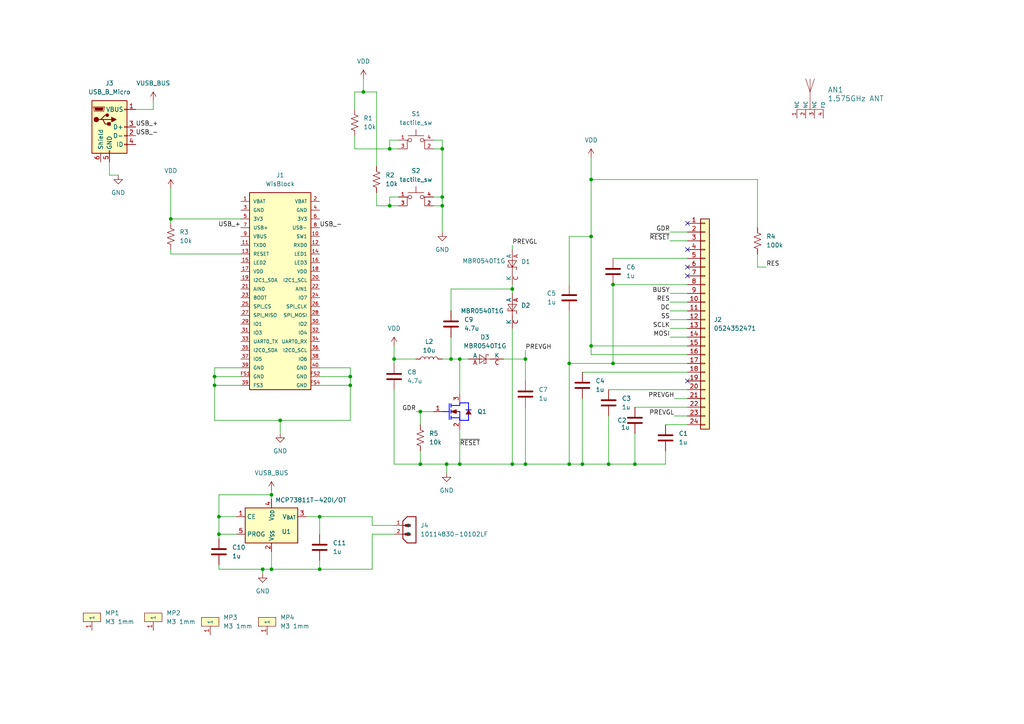
<source format=kicad_sch>
(kicad_sch (version 20231120) (generator "eeschema") (generator_version "8.0")
  (paper "A4")
  (junction (at 177.8 105.41))
  (junction (at 63.5 154.94))
  (junction (at 101.6 109.22))
  (junction (at 113.03 43.18))
  (junction (at 92.71 165.1))
  (junction (at 171.45 52.07))
  (junction (at 148.59 83.82))
  (junction (at 128.27 59.69))
  (junction (at 133.35 104.14))
  (junction (at 121.92 134.62))
  (junction (at 49.53 63.5))
  (junction (at 76.2 165.1))
  (junction (at 101.6 111.76))
  (junction (at 171.45 68.58))
  (junction (at 152.4 134.62))
  (junction (at 121.92 119.38))
  (junction (at 176.53 134.62))
  (junction (at 152.4 104.14))
  (junction (at 171.45 100.33))
  (junction (at 62.23 109.22))
  (junction (at 165.1 134.62))
  (junction (at 78.74 165.1))
  (junction (at 92.71 149.86))
  (junction (at 105.41 26.67))
  (junction (at 165.1 105.41))
  (junction (at 62.23 111.76))
  (junction (at 168.91 134.62))
  (junction (at 113.03 59.69))
  (junction (at 63.5 149.86))
  (junction (at 128.27 43.18))
  (junction (at 78.74 143.51))
  (junction (at 177.8 82.55))
  (junction (at 129.54 134.62))
  (junction (at 133.35 134.62))
  (junction (at 184.15 134.62))
  (junction (at 81.28 121.92))
  (junction (at 114.3 104.14))
  (junction (at 148.59 134.62))
  (junction (at 128.27 57.15))
  (junction (at 130.81 104.14))
  (no_connect (at 199.39 72.39))
  (no_connect (at 199.39 80.01))
  (no_connect (at 199.39 110.49))
  (no_connect (at 199.39 64.77))
  (no_connect (at 199.39 77.47))
  (wire (pts (xy 92.71 109.22) (xy 101.6 109.22)))
  (wire (pts (xy 165.1 105.41) (xy 177.8 105.41)))
  (wire (pts (xy 49.53 64.77) (xy 49.53 63.5)))
  (wire (pts (xy 76.2 165.1) (xy 78.74 165.1)))
  (wire (pts (xy 62.23 111.76) (xy 62.23 121.92)))
  (wire (pts (xy 195.58 120.65) (xy 199.39 120.65)))
  (wire (pts (xy 152.4 118.11) (xy 152.4 134.62)))
  (wire (pts (xy 199.39 100.33) (xy 171.45 100.33)))
  (wire (pts (xy 176.53 113.03) (xy 199.39 113.03)))
  (wire (pts (xy 115.57 40.64) (xy 113.03 40.64)))
  (wire (pts (xy 101.6 111.76) (xy 101.6 121.92)))
  (wire (pts (xy 152.4 134.62) (xy 165.1 134.62)))
  (wire (pts (xy 102.87 31.75) (xy 102.87 26.67)))
  (wire (pts (xy 171.45 68.58) (xy 171.45 52.07)))
  (wire (pts (xy 107.95 165.1) (xy 92.71 165.1)))
  (wire (pts (xy 219.71 66.04) (xy 219.71 52.07)))
  (wire (pts (xy 107.95 149.86) (xy 92.71 149.86)))
  (wire (pts (xy 109.22 55.88) (xy 109.22 59.69)))
  (wire (pts (xy 69.85 73.66) (xy 49.53 73.66)))
  (wire (pts (xy 128.27 40.64) (xy 128.27 43.18)))
  (wire (pts (xy 78.74 142.24) (xy 78.74 143.51)))
  (wire (pts (xy 63.5 154.94) (xy 63.5 149.86)))
  (wire (pts (xy 148.59 83.82) (xy 148.59 85.09)))
  (wire (pts (xy 194.31 90.17) (xy 199.39 90.17)))
  (wire (pts (xy 78.74 143.51) (xy 78.74 144.78)))
  (wire (pts (xy 76.2 165.1) (xy 76.2 166.37)))
  (wire (pts (xy 121.92 130.81) (xy 121.92 134.62)))
  (wire (pts (xy 102.87 43.18) (xy 113.03 43.18)))
  (wire (pts (xy 114.3 104.14) (xy 114.3 105.41)))
  (wire (pts (xy 194.31 95.25) (xy 199.39 95.25)))
  (wire (pts (xy 194.31 67.31) (xy 199.39 67.31)))
  (wire (pts (xy 129.54 134.62) (xy 129.54 137.16)))
  (wire (pts (xy 194.31 92.71) (xy 199.39 92.71)))
  (wire (pts (xy 109.22 48.26) (xy 109.22 26.67)))
  (wire (pts (xy 113.03 59.69) (xy 115.57 59.69)))
  (wire (pts (xy 133.35 104.14) (xy 135.89 104.14)))
  (wire (pts (xy 44.45 31.75) (xy 44.45 29.21)))
  (wire (pts (xy 69.85 106.68) (xy 62.23 106.68)))
  (wire (pts (xy 113.03 40.64) (xy 113.03 43.18)))
  (wire (pts (xy 148.59 134.62) (xy 133.35 134.62)))
  (wire (pts (xy 114.3 134.62) (xy 121.92 134.62)))
  (wire (pts (xy 92.71 149.86) (xy 88.9 149.86)))
  (wire (pts (xy 165.1 134.62) (xy 168.91 134.62)))
  (wire (pts (xy 165.1 105.41) (xy 165.1 134.62)))
  (wire (pts (xy 125.73 40.64) (xy 128.27 40.64)))
  (wire (pts (xy 102.87 26.67) (xy 105.41 26.67)))
  (wire (pts (xy 176.53 120.65) (xy 176.53 134.62)))
  (wire (pts (xy 92.71 162.56) (xy 92.71 165.1)))
  (wire (pts (xy 125.73 57.15) (xy 128.27 57.15)))
  (wire (pts (xy 107.95 152.4) (xy 107.95 149.86)))
  (wire (pts (xy 148.59 72.39) (xy 148.59 71.12)))
  (wire (pts (xy 152.4 101.6) (xy 152.4 104.14)))
  (wire (pts (xy 184.15 134.62) (xy 176.53 134.62)))
  (wire (pts (xy 148.59 95.25) (xy 148.59 134.62)))
  (wire (pts (xy 165.1 82.55) (xy 165.1 68.58)))
  (wire (pts (xy 63.5 143.51) (xy 78.74 143.51)))
  (wire (pts (xy 109.22 59.69) (xy 113.03 59.69)))
  (wire (pts (xy 31.75 50.8) (xy 34.29 50.8)))
  (wire (pts (xy 168.91 115.57) (xy 168.91 134.62)))
  (wire (pts (xy 194.31 87.63) (xy 199.39 87.63)))
  (wire (pts (xy 81.28 121.92) (xy 81.28 125.73)))
  (wire (pts (xy 171.45 52.07) (xy 171.45 45.72)))
  (wire (pts (xy 133.35 124.46) (xy 133.35 134.62)))
  (wire (pts (xy 120.65 104.14) (xy 114.3 104.14)))
  (wire (pts (xy 63.5 154.94) (xy 63.5 156.21)))
  (wire (pts (xy 121.92 134.62) (xy 129.54 134.62)))
  (wire (pts (xy 31.75 46.99) (xy 31.75 50.8)))
  (wire (pts (xy 177.8 105.41) (xy 199.39 105.41)))
  (wire (pts (xy 195.58 115.57) (xy 199.39 115.57)))
  (wire (pts (xy 101.6 109.22) (xy 101.6 111.76)))
  (wire (pts (xy 92.71 165.1) (xy 78.74 165.1)))
  (wire (pts (xy 62.23 109.22) (xy 69.85 109.22)))
  (wire (pts (xy 105.41 26.67) (xy 105.41 22.86)))
  (wire (pts (xy 128.27 59.69) (xy 128.27 67.31)))
  (wire (pts (xy 68.58 154.94) (xy 63.5 154.94)))
  (wire (pts (xy 113.03 43.18) (xy 115.57 43.18)))
  (wire (pts (xy 177.8 82.55) (xy 177.8 105.41)))
  (wire (pts (xy 130.81 90.17) (xy 130.81 83.82)))
  (wire (pts (xy 168.91 107.95) (xy 199.39 107.95)))
  (wire (pts (xy 219.71 52.07) (xy 171.45 52.07)))
  (wire (pts (xy 62.23 109.22) (xy 62.23 111.76)))
  (wire (pts (xy 133.35 134.62) (xy 129.54 134.62)))
  (wire (pts (xy 152.4 134.62) (xy 148.59 134.62)))
  (wire (pts (xy 49.53 73.66) (xy 49.53 72.39)))
  (wire (pts (xy 146.05 104.14) (xy 152.4 104.14)))
  (wire (pts (xy 62.23 121.92) (xy 81.28 121.92)))
  (wire (pts (xy 193.04 134.62) (xy 184.15 134.62)))
  (wire (pts (xy 105.41 26.67) (xy 109.22 26.67)))
  (wire (pts (xy 199.39 102.87) (xy 171.45 102.87)))
  (wire (pts (xy 152.4 104.14) (xy 152.4 110.49)))
  (wire (pts (xy 107.95 154.94) (xy 107.95 165.1)))
  (wire (pts (xy 113.03 57.15) (xy 113.03 59.69)))
  (wire (pts (xy 101.6 121.92) (xy 81.28 121.92)))
  (wire (pts (xy 63.5 163.83) (xy 63.5 165.1)))
  (wire (pts (xy 128.27 57.15) (xy 128.27 59.69)))
  (wire (pts (xy 121.92 119.38) (xy 121.92 123.19)))
  (wire (pts (xy 125.73 59.69) (xy 128.27 59.69)))
  (wire (pts (xy 92.71 154.94) (xy 92.71 149.86)))
  (wire (pts (xy 130.81 83.82) (xy 148.59 83.82)))
  (wire (pts (xy 114.3 154.94) (xy 107.95 154.94)))
  (wire (pts (xy 114.3 152.4) (xy 107.95 152.4)))
  (wire (pts (xy 148.59 82.55) (xy 148.59 83.82)))
  (wire (pts (xy 130.81 97.79) (xy 130.81 104.14)))
  (wire (pts (xy 39.37 31.75) (xy 44.45 31.75)))
  (wire (pts (xy 102.87 39.37) (xy 102.87 43.18)))
  (wire (pts (xy 219.71 77.47) (xy 222.25 77.47)))
  (wire (pts (xy 165.1 68.58) (xy 171.45 68.58)))
  (wire (pts (xy 101.6 106.68) (xy 101.6 109.22)))
  (wire (pts (xy 194.31 85.09) (xy 199.39 85.09)))
  (wire (pts (xy 114.3 104.14) (xy 114.3 100.33)))
  (wire (pts (xy 63.5 149.86) (xy 63.5 143.51)))
  (wire (pts (xy 62.23 111.76) (xy 69.85 111.76)))
  (wire (pts (xy 194.31 69.85) (xy 199.39 69.85)))
  (wire (pts (xy 49.53 63.5) (xy 69.85 63.5)))
  (wire (pts (xy 62.23 106.68) (xy 62.23 109.22)))
  (wire (pts (xy 63.5 149.86) (xy 68.58 149.86)))
  (wire (pts (xy 184.15 118.11) (xy 199.39 118.11)))
  (wire (pts (xy 171.45 102.87) (xy 171.45 100.33)))
  (wire (pts (xy 133.35 104.14) (xy 133.35 114.3)))
  (wire (pts (xy 49.53 54.61) (xy 49.53 63.5)))
  (wire (pts (xy 176.53 134.62) (xy 168.91 134.62)))
  (wire (pts (xy 115.57 57.15) (xy 113.03 57.15)))
  (wire (pts (xy 194.31 97.79) (xy 199.39 97.79)))
  (wire (pts (xy 121.92 119.38) (xy 125.73 119.38)))
  (wire (pts (xy 63.5 165.1) (xy 76.2 165.1)))
  (wire (pts (xy 78.74 160.02) (xy 78.74 165.1)))
  (wire (pts (xy 199.39 82.55) (xy 177.8 82.55)))
  (wire (pts (xy 128.27 104.14) (xy 130.81 104.14)))
  (wire (pts (xy 171.45 100.33) (xy 171.45 68.58)))
  (wire (pts (xy 219.71 73.66) (xy 219.71 77.47)))
  (wire (pts (xy 130.81 104.14) (xy 133.35 104.14)))
  (wire (pts (xy 184.15 125.73) (xy 184.15 134.62)))
  (wire (pts (xy 128.27 43.18) (xy 128.27 57.15)))
  (wire (pts (xy 165.1 90.17) (xy 165.1 105.41)))
  (wire (pts (xy 114.3 113.03) (xy 114.3 134.62)))
  (wire (pts (xy 92.71 111.76) (xy 101.6 111.76)))
  (wire (pts (xy 193.04 130.81) (xy 193.04 134.62)))
  (wire (pts (xy 193.04 123.19) (xy 199.39 123.19)))
  (wire (pts (xy 92.71 106.68) (xy 101.6 106.68)))
  (wire (pts (xy 125.73 43.18) (xy 128.27 43.18)))
  (wire (pts (xy 177.8 74.93) (xy 199.39 74.93)))
  (wire (pts (xy 120.65 119.38) (xy 121.92 119.38)))
  (label "GDR" (at 194.31 67.31 180))
  (label "SCLK" (at 194.31 95.25 180))
  (label "PREVGL" (at 195.58 120.65 180))
  (label "USB_+" (at 69.85 66.04 180))
  (label "GDR" (at 120.65 119.38 180))
  (label "PREVGH" (at 152.4 101.6 0))
  (label "MOSI" (at 194.31 97.79 180))
  (label "USB_-" (at 39.37 39.37 0))
  (label "RES" (at 194.31 87.63 180))
  (label "~{RESET}" (at 194.31 69.85 180))
  (label "USB_-" (at 92.71 66.04 0))
  (label "BUSY" (at 194.31 85.09 180))
  (label "PREVGL" (at 148.59 71.12 0))
  (label "PREVGH" (at 195.58 115.57 180))
  (label "RES" (at 222.25 77.47 0))
  (label "USB_+" (at 39.37 36.83 0))
  (label "SS" (at 194.31 92.71 180))
  (label "DC" (at 194.31 90.17 180))
  (label "~{RESET}" (at 133.35 129.54 0))
  (symbol (lib_id "AllardPassive:R10020-10000") (at 102.87 35.56 0) (unit 1)
    (property "Reference" "R1" (at 105.41 34.2899 0) (effects (justify left)))
    (property "Value" "10k" (at 105.41 36.8299 0) (effects (justify left)))
    (property "Footprint" "AllardChip:RESC40X20X15L10L" (effects (hide yes)))
    (property "Datasheet" "https://industrial.panasonic.com/cdbs/www-data/pdf/RDA0000/AOA0000C304.pdf" (effects (hide yes)))
    (property "Description" "10k 01005 0.03W 1% Res" (effects (hide yes)))
    (property "AI_PN" "${SYMBOL_NAME}" (effects (hide yes)))
    (property "MPN" "ERJ-XGNF1002Y" (effects (hide yes)))
    (property "Manufacturer" "Panasonic Electronics Components" (effects (hide yes)))
    (property "manf#" "ERJ-XGNF1002Y" (effects (hide yes)))
    (property "SUP1" "Digi-Key" (effects (hide yes)))
    (property "SUP1_PN" "10-ERJ-XGNF1002YCT-ND" (effects (hide yes)))
    (property "SUP2" "Mouser" (effects (hide yes)))
    (property "SUP2_PN" "667-ERJ-XGNF1002Y" (effects (hide yes)))
    (property "Tolerance" "1%" (effects (hide yes)))
    (property "Power" "0.03W" (effects (hide yes)))
    (property "Temperature" "-55-125" (effects (hide yes)))
    (property "variant" "default" (effects (hide yes)))
    (property "TempCoef" "±200ppm/°C" (effects (hide yes)))
  )
  (symbol (lib_id "AllardConn:J10026") (at 81.28 64.77 0) (unit 1)
    (property "Reference" "J1" (at 81.28 50.8 0))
    (property "Value" "WisBlock" (at 81.28 53.34 0))
    (property "Footprint" "AllardConnFootPrints:TXGA_FBB04004-F40S1003K6M" (effects (hide yes)))
    (property "Datasheet" "https://tupian.txga.com/serials-attach/FBB04004-F/FBB04004-F.pdf" (effects (hide yes)))
    (property "Description" "WisBlock connetor for generic RAK WisBlock connection" (effects (hide yes)))
    (property "SUP1" "txga" (effects (hide yes)))
    (property "SUP1_PN" "FBB04004-F40S1003K6M" (effects (hide yes)))
    (property "SUP2" "LCSC" (effects (hide yes)))
    (property "SUP2_PN" "C691131" (effects (hide yes)))
    (property "Manufacturer" "TXGA" (effects (hide yes)))
    (property "variant" "default" (effects (hide yes)))
    (property "MPN" "FBB04004-F40S1003K6M" (effects (hide yes)))
    (property "manf#" "FBB04004-F40S1003K6M" (effects (hide yes)))
  )
  (symbol (lib_id "AllardSemicon:Q10007") (at 133.35 124.46 0) (mirror y) (unit 1)
    (property "Reference" "Q1" (at 138.43 119.3799 0) (effects (justify right)))
    (property "Value" "SI1308EDL-T1-GE3" (effects (hide yes)))
    (property "Footprint" "AllardSOT:SOT23-3P65_210X110L20X32L" (effects (hide yes)))
    (property "Datasheet" "https://www.vishay.com/docs/63399/si1308edl.pdf" (effects (hide yes)))
    (property "Description" "MOSFET, N-Channel L 30V 1.4A SOT-23-3" (effects (hide yes)))
    (property "SUP1" "DigiKey" (effects (hide yes)))
    (property "Current" "1.4A" (effects (hide yes)))
    (property "Manufacturer" "Vishay Siliconix" (effects (hide yes)))
    (property "MPN" "SI1308EDL-T1-GE3" (effects (hide yes)))
    (property "Temperature" "-55°C ~ 150°C (TJ)" (effects (hide yes)))
    (property "SUP1_PN" "SI1308EDL-T1-GE3CT-ND" (effects (hide yes)))
    (property "Voltage" "30V" (effects (hide yes)))
    (property "manf#" "SI1308EDL-T1-GE3" (effects (hide yes)))
    (property "SUP2" "Mouser" (effects (hide yes)))
    (property "SUP2_PN" "78-SI1308EDL-T1-GE3" (effects (hide yes)))
  )
  (symbol (lib_id "power:VDD") (at 171.45 45.72 0) (unit 1)
    (property "Reference" "#PWR01" (effects (hide yes)))
    (property "Value" "VDD" (at 171.45 40.64 0))
    (property "Description" "Power symbol creates a global label with name \"VDD\"" (effects (hide yes)))
  )
  (symbol (lib_id "AllardConn:J10032") (at 116.84 154.94 0) (unit 1)
    (property "Reference" "J4" (at 121.92 152.3999 0) (effects (justify left)))
    (property "Value" "10114830-10102LF" (at 121.92 154.9399 0) (effects (justify left)))
    (property "Footprint" "AllardConnFootPrints:AMPHENOL_10114830-10102LF" (effects (hide yes)))
    (property "Datasheet" "https://cdn.amphenol-cs.com/media/wysiwyg/files/documentation/gs-12-675.pdf" (effects (hide yes)))
    (property "Description" "1.25mm Wire to Board Wafer, Right Angle, Surface Mount, 2 Positions" (effects (hide yes)))
    (property "SUP1" "DigiKey" (effects (hide yes)))
    (property "SUP1_PN" "609-5378-1-ND" (effects (hide yes)))
    (property "SUP2" "Mouser" (effects (hide yes)))
    (property "SUP2_PN" "649-10114830-10102LF" (effects (hide yes)))
    (property "SUP3" "LCSC" (effects (hide yes)))
    (property "SUP3_PN" "C5406863" (effects (hide yes)))
    (property "Temperature" "N" (effects (hide yes)))
    (property "manf#" "10114830-10102LF" (effects (hide yes)))
    (property "MPN" "10114830-10102LF" (effects (hide yes)))
    (property "variant" "default" (effects (hide yes)))
    (property "Manufacturer" "Amphenol ICC (FCI)" (effects (hide yes)))
  )
  (symbol (lib_id "AllardMountingHW:MP_genericHole") (at 26.67 179.07 90) (unit 1)
    (property "Reference" "MP1" (at 30.48 177.7999 90) (effects (justify right)))
    (property "Value" "M3 1mm" (at 30.48 180.3399 90) (effects (justify right)))
    (property "Footprint" "AllardMountingHW:MTGNP300H213Z565" (effects (hide yes)))
    (property "Description" "Generic mounting hole" (effects (hide yes)))
  )
  (symbol (lib_id "AllardConn:J10027") (at 204.47 92.71 0) (unit 1)
    (property "Reference" "J2" (at 207.01 92.7099 0) (effects (justify left)))
    (property "Value" "0524352471" (at 207.01 95.2499 0) (effects (justify left)))
    (property "Footprint" "AllardConnFootPrints:MOLEX_52435-2471" (effects (hide yes)))
    (property "Datasheet" "https://www.molex.com/en-us/products/part-detail/524352471?display=pdf" (effects (hide yes)))
    (property "Description" "CONN FFC FPC TOP 24POS 0.5MM R/A" (effects (hide yes)))
    (property "Temperature" "-40°C ~ 85°C" (effects (hide yes)))
    (property "SUP1" "Digi-Key" (effects (hide yes)))
    (property "SUP1_PN" "WM7975CT-ND" (effects (hide yes)))
    (property "SUP2" "Mouser" (effects (hide yes)))
    (property "SUP2_PN" "538-52435-2471" (effects (hide yes)))
    (property "SUP3" "LSCS" (effects (hide yes)))
    (property "SUP3_PN" "C122394" (effects (hide yes)))
    (property "Manufacturer" "Molex" (effects (hide yes)))
    (property "MPN" "0524352471" (effects (hide yes)))
    (property "manf#" "0524352471" (effects (hide yes)))
    (property "AI_PN" "${SYMBOL_NAME}" (effects (hide yes)))
  )
  (symbol (lib_id "AllardPassive:C47A74-10000") (at 130.81 93.98 0) (unit 1)
    (property "Reference" "C9" (at 134.62 92.7099 0) (effects (justify left)))
    (property "Value" "4.7u" (at 134.62 95.2499 0) (effects (justify left)))
    (property "Footprint" "AllardChip:CAPC200X125X145L45L" (effects (hide yes)))
    (property "Datasheet" "https://search.murata.co.jp/Ceramy/image/img/A01X/G101/ENG/GRM21BZ71H475ME15-01.pdf" (effects (hide yes)))
    (property "Description" "4.7uF 0805 X7R 20% Cap" (effects (hide yes)))
    (property "MPN" "GRM21BZ71H475ME15K" (effects (hide yes)))
    (property "manf#" "GRM21BZ71H475ME15K" (effects (hide yes)))
    (property "SUP1" "Digi-Key" (effects (hide yes)))
    (property "SUP1_PN" "490-GRM21BZ71H475ME15KCT-ND" (effects (hide yes)))
    (property "AI_PN" "${SYMBOL_NAME}" (effects (hide yes)))
    (property "SUP2" "Mouser" (effects (hide yes)))
    (property "SUP2_PN" "81-GRM21BZ71H475ME5K" (effects (hide yes)))
    (property "Voltage" "50V" (effects (hide yes)))
    (property "ESR" "X7R" (effects (hide yes)))
    (property "Temperature" "-55-125" (effects (hide yes)))
    (property "Tolerance" "20%" (effects (hide yes)))
    (property "Manufacturer" "Murata Electronics" (effects (hide yes)))
    (property "variant" "default" (effects (hide yes)))
    (property "SUP3" "LCSC" (effects (hide yes)))
    (property "SUP3_PN" "C3862703" (effects (hide yes)))
  )
  (symbol (lib_id "AllardPassive:C10A72-10001") (at 165.1 86.36 0) (mirror y) (unit 1)
    (property "Reference" "C5" (at 161.29 85.0899 0) (effects (justify left)))
    (property "Value" "1u" (at 161.29 87.6299 0) (effects (justify left)))
    (property "Footprint" "AllardChip:CAPC100X50X60L25L" (effects (hide yes)))
    (property "Datasheet" "https://search.murata.co.jp/Ceramy/image/img/A01X/G101/ENG/GRM155R61H105ME05-01A.pdf" (effects (hide yes)))
    (property "Description" "1uF 0402 X5R 20% Cap" (effects (hide yes)))
    (property "MPN" "GRM155R61H105ME05D" (effects (hide yes)))
    (property "manf#" "GRM155R61H105ME05D" (effects (hide yes)))
    (property "SUP1" "Digi-Key" (effects (hide yes)))
    (property "SUP1_PN" "490-GRM155R61H105ME05DCT-ND" (effects (hide yes)))
    (property "AI_PN" "${SYMBOL_NAME}" (effects (hide yes)))
    (property "SUP2" "Mouser" (effects (hide yes)))
    (property "SUP2_PN" "81-GRM155R61H105ME5D" (effects (hide yes)))
    (property "Voltage" "50V" (effects (hide yes)))
    (property "ESR" "X5R" (effects (hide yes)))
    (property "Temperature" "-55-85" (effects (hide yes)))
    (property "Tolerance" "20%" (effects (hide yes)))
    (property "Manufacturer" "Murata Electronics" (effects (hide yes)))
    (property "variant" "default" (effects (hide yes)))
  )
  (symbol (lib_id "power:VDD") (at 105.41 22.86 0) (unit 1)
    (property "Reference" "#PWR03" (effects (hide yes)))
    (property "Value" "VDD" (at 105.41 17.78 0))
    (property "Description" "Power symbol creates a global label with name \"VDD\"" (effects (hide yes)))
  )
  (symbol (lib_id "AllardMountingHW:MP_genericHole") (at 44.45 179.07 90) (unit 1)
    (property "Reference" "MP2" (at 48.26 177.7999 90) (effects (justify right)))
    (property "Value" "M3 1mm" (at 48.26 180.3399 90) (effects (justify right)))
    (property "Footprint" "AllardMountingHW:MTGNP300H213Z565" (effects (hide yes)))
    (property "Description" "Generic mounting hole" (effects (hide yes)))
  )
  (symbol (lib_id "AllardSwitch:S10002") (at 120.65 59.69 0) (unit 1)
    (property "Reference" "S2" (at 120.65 49.53 0))
    (property "Value" "tactile_sw" (at 120.65 52.07 0))
    (property "Footprint" "AllardSpecialFootPrints:Panasonic_EVQPUA02K" (effects (hide yes)))
    (property "Datasheet" "https://api.pim.na.industrial.panasonic.com/file_stream/main/fileversion/245509" (effects (hide yes)))
    (property "Description" "Single pole normally-open tactile switch right angle" (effects (hide yes)))
    (property "MPN" "EVQ-PUA02K" (effects (hide yes)))
    (property "manf#" "EVQ-PUA02K" (effects (hide yes)))
    (property "Manufacturer" "Panasonic Electronic Components" (effects (hide yes)))
    (property "SUP1" "Digi-Key" (effects (hide yes)))
    (property "SUP1_PN" "P10847SCT-ND" (effects (hide yes)))
    (property "SUP2" "Mouser" (effects (hide yes)))
    (property "SUP2_PN" "667-EVQ-PUA02K" (effects (hide yes)))
    (property "Temperature" "-20°C ~ 70°C" (effects (hide yes)))
    (property "AI_PN" "${SYMBOL_NAME}" (effects (hide yes)))
    (property "SUP3" "LCSC" (effects (hide yes)))
    (property "SUP3_PN" " C128539" (effects (hide yes)))
  )
  (symbol (lib_id "AllardSemicon:D10010") (at 139.7 104.14 0) (unit 1)
    (property "Reference" "D3" (at 140.6525 97.79 0))
    (property "Value" "MBR0540T1G" (at 140.6525 100.33 0))
    (property "Footprint" "AllardSOD:SOD370X155X135L32X57N" (effects (hide yes)))
    (property "Datasheet" "https://mm.digikey.com/Volume0/opasdata/d220001/medias/docus/2174/MBR0580S1_R5.pdf" (effects (hide yes)))
    (property "Description" "80V 500mA schottky diode" (effects (hide yes)))
    (property "SUP1" "DigiKey" (effects (hide yes)))
    (property "SUP1_PN" "MBR0580S1-7DICT-ND" (effects (hide yes)))
    (property "SUP2" "Mouser" (effects (hide yes)))
    (property "SUP2_PN" "621-MBR0580S1-7" (effects (hide yes)))
    (property "AI_PN" "${SYMBOL_NAME}" (effects (hide yes)))
    (property "Temperature" "-55-150" (effects (hide yes)))
    (property "Voltage" "80V" (effects (hide yes)))
    (property "Current" "500mA" (effects (hide yes)))
    (property "MPN" "MBR0580S1-7" (effects (hide yes)))
    (property "manf#" "MBR0580S1-7" (effects (hide yes)))
    (property "Manufacturer" "Diodes Incorporated" (effects (hide yes)))
    (property "SUP3" "LCSC" (effects (hide yes)))
    (property "SUP3_PN" " C177047" (effects (hide yes)))
    (property "variant" "default" (effects (hide yes)))
  )
  (symbol (lib_id "power:VDD") (at 44.45 29.21 0) (unit 1)
    (property "Reference" "#PWR02" (effects (hide yes)))
    (property "Value" "VUSB_BUS" (at 44.45 24.13 0))
    (property "Description" "Power symbol creates a global label with name \"VDD\"" (effects (hide yes)))
  )
  (symbol (lib_id "AllardPassive:R10020-10000") (at 121.92 127 0) (unit 1)
    (property "Reference" "R5" (at 124.46 125.7299 0) (effects (justify left)))
    (property "Value" "10k" (at 124.46 128.2699 0) (effects (justify left)))
    (property "Footprint" "AllardChip:RESC40X20X15L10L" (effects (hide yes)))
    (property "Datasheet" "https://industrial.panasonic.com/cdbs/www-data/pdf/RDA0000/AOA0000C304.pdf" (effects (hide yes)))
    (property "Description" "10k 01005 0.03W 1% Res" (effects (hide yes)))
    (property "AI_PN" "${SYMBOL_NAME}" (effects (hide yes)))
    (property "MPN" "ERJ-XGNF1002Y" (effects (hide yes)))
    (property "Manufacturer" "Panasonic Electronics Components" (effects (hide yes)))
    (property "manf#" "ERJ-XGNF1002Y" (effects (hide yes)))
    (property "SUP1" "Digi-Key" (effects (hide yes)))
    (property "SUP1_PN" "10-ERJ-XGNF1002YCT-ND" (effects (hide yes)))
    (property "SUP2" "Mouser" (effects (hide yes)))
    (property "SUP2_PN" "667-ERJ-XGNF1002Y" (effects (hide yes)))
    (property "Tolerance" "1%" (effects (hide yes)))
    (property "Power" "0.03W" (effects (hide yes)))
    (property "Temperature" "-55-125" (effects (hide yes)))
    (property "variant" "default" (effects (hide yes)))
    (property "TempCoef" "±200ppm/°C" (effects (hide yes)))
  )
  (symbol (lib_id "AllardPassive:C10A72-10001") (at 177.8 78.74 0) (unit 1)
    (property "Reference" "C6" (at 181.61 77.4699 0) (effects (justify left)))
    (property "Value" "1u" (at 181.61 80.0099 0) (effects (justify left)))
    (property "Footprint" "AllardChip:CAPC100X50X60L25L" (effects (hide yes)))
    (property "Datasheet" "https://search.murata.co.jp/Ceramy/image/img/A01X/G101/ENG/GRM155R61H105ME05-01A.pdf" (effects (hide yes)))
    (property "Description" "1uF 0402 X5R 20% Cap" (effects (hide yes)))
    (property "MPN" "GRM155R61H105ME05D" (effects (hide yes)))
    (property "manf#" "GRM155R61H105ME05D" (effects (hide yes)))
    (property "SUP1" "Digi-Key" (effects (hide yes)))
    (property "SUP1_PN" "490-GRM155R61H105ME05DCT-ND" (effects (hide yes)))
    (property "AI_PN" "${SYMBOL_NAME}" (effects (hide yes)))
    (property "SUP2" "Mouser" (effects (hide yes)))
    (property "SUP2_PN" "81-GRM155R61H105ME5D" (effects (hide yes)))
    (property "Voltage" "50V" (effects (hide yes)))
    (property "ESR" "X5R" (effects (hide yes)))
    (property "Temperature" "-55-85" (effects (hide yes)))
    (property "Tolerance" "20%" (effects (hide yes)))
    (property "Manufacturer" "Murata Electronics" (effects (hide yes)))
    (property "variant" "default" (effects (hide yes)))
  )
  (symbol (lib_id "AllardPower:U40004") (at 78.74 152.4 0) (unit 1)
    (property "Reference" "U1" (at 83.058 154.178 0))
    (property "Value" "MCP73811T-420I/OT" (at 90.17 145.034 0))
    (property "Footprint" "AllardSOT:SOT23-5P95_270X145L35X35L" (effects (hide yes)))
    (property "Datasheet" "https://ww1.microchip.com/downloads/en/DeviceDoc/22036b.pdf" (effects (hide yes)))
    (property "Description" "Simple, Miniature Single-Cell, Fully Integrated Li-Ion / Li-Polymer Charge Management Controllers, 50mA-500mA, 4.2V, SOT23-5" (effects (hide yes)))
    (property "MPN" "MCP73811T-420I/OT" (effects (hide yes)))
    (property "manf#" "${MPN}" (effects (hide yes)))
    (property "SUP1_PN" "MCP73811T-420I/OTCT-ND" (effects (hide yes)))
    (property "SUP1" "DigiKey" (effects (hide yes)))
    (property "SUP2" "Mouser" (effects (hide yes)))
    (property "SUP2_PN" "579-MCP73811T-420IOT" (effects (hide yes)))
    (property "AI_PN" "${SYMBOL_NAME}" (effects (hide yes)))
    (property "Temperature" "-40-85" (effects (hide yes)))
    (property "Voltage" "3.75-6" (effects (hide yes)))
    (property "variant" "default" (effects (hide yes)))
  )
  (symbol (lib_id "power:GND") (at 128.27 67.31 0) (unit 1)
    (property "Reference" "#PWR04" (effects (hide yes)))
    (property "Value" "GND" (at 128.27 72.39 0))
    (property "Description" "Power symbol creates a global label with name \"GND\" , ground" (effects (hide yes)))
  )
  (symbol (lib_id "AllardPassive:C10A72-10000") (at 63.5 160.02 0) (mirror y) (unit 1)
    (property "Reference" "C10" (at 67.31 158.7499 0) (effects (justify right)))
    (property "Value" "1u" (at 67.31 161.2899 0) (effects (justify right)))
    (property "Footprint" "AllardChip:CAPC100X50X60L25L" (effects (hide yes)))
    (property "Datasheet" "https://search.murata.co.jp/Ceramy/image/img/A01X/G101/ENG/GRM155Z71A105KE01-01A.pdf" (effects (hide yes)))
    (property "Description" "1uF 0402 X7R 20% Cap" (effects (hide yes)))
    (property "MPN" "GRM155Z71A105KE01J" (effects (hide yes)))
    (property "manf#" "${MPN}" (effects (hide yes)))
    (property "SUP1" "Digi-Key" (effects (hide yes)))
    (property "SUP1_PN" "490-GRM155Z71A105KE01JCT-ND" (effects (hide yes)))
    (property "AI_PN" "${SYMBOL_NAME}" (effects (hide yes)))
    (property "SUP2" "Mouser" (effects (hide yes)))
    (property "SUP2_PN" "81-GRM155Z71A105KE1J" (effects (hide yes)))
    (property "Voltage" "10V" (effects (hide yes)))
    (property "ESR" "X7R" (effects (hide yes)))
    (property "Temperature" "-55-125" (effects (hide yes)))
    (property "Tolerance" "10%" (effects (hide yes)))
    (property "Manufacturer" "Murata Electronics" (effects (hide yes)))
    (property "variant" "default" (effects (hide yes)))
  )
  (symbol (lib_id "AllardPassive:C10A72-10001") (at 193.04 127 0) (unit 1)
    (property "Reference" "C1" (at 196.85 125.7299 0) (effects (justify left)))
    (property "Value" "1u" (at 196.85 128.2699 0) (effects (justify left)))
    (property "Footprint" "AllardChip:CAPC100X50X60L25L" (effects (hide yes)))
    (property "Datasheet" "https://search.murata.co.jp/Ceramy/image/img/A01X/G101/ENG/GRM155R61H105ME05-01A.pdf" (effects (hide yes)))
    (property "Description" "1uF 0402 X5R 20% Cap" (effects (hide yes)))
    (property "MPN" "GRM155R61H105ME05D" (effects (hide yes)))
    (property "manf#" "GRM155R61H105ME05D" (effects (hide yes)))
    (property "SUP1" "Digi-Key" (effects (hide yes)))
    (property "SUP1_PN" "490-GRM155R61H105ME05DCT-ND" (effects (hide yes)))
    (property "AI_PN" "${SYMBOL_NAME}" (effects (hide yes)))
    (property "SUP2" "Mouser" (effects (hide yes)))
    (property "SUP2_PN" "81-GRM155R61H105ME5D" (effects (hide yes)))
    (property "Voltage" "50V" (effects (hide yes)))
    (property "ESR" "X5R" (effects (hide yes)))
    (property "Temperature" "-55-85" (effects (hide yes)))
    (property "Tolerance" "20%" (effects (hide yes)))
    (property "Manufacturer" "Murata Electronics" (effects (hide yes)))
    (property "variant" "default" (effects (hide yes)))
  )
  (symbol (lib_id "power:GND") (at 34.29 50.8 0) (unit 1)
    (property "Reference" "#PWR07" (effects (hide yes)))
    (property "Value" "GND" (at 34.29 55.88 0))
    (property "Description" "Power symbol creates a global label with name \"GND\" , ground" (effects (hide yes)))
  )
  (symbol (lib_id "AllardPassive:L10A6X-10001") (at 124.46 104.14 90) (unit 1)
    (property "Reference" "L2" (at 124.46 99.06 90))
    (property "Value" "10u" (at 124.46 101.6 90))
    (property "Footprint" "AllardChip:INDC400X400X120L120L" (effects (hide yes)))
    (property "Datasheet" "https://mm.digikey.com/Volume0/opasdata/d220001/medias/docus/5407/SRN4012BTA_Series.pdf" (effects (hide yes)))
    (property "Description" "10uH 2-SMD Bourns inductor" (effects (hide yes)))
    (property "AI_PN" "${SYMBOL_NAME}" (effects (hide yes)))
    (property "MPN" "SRN4012BTA-100M" (effects (hide yes)))
    (property "manf#" "SRN4012BTA-100M" (effects (hide yes)))
    (property "Manufacturer" "Bourns Inc." (effects (hide yes)))
    (property "SUP1" "Digi-Key" (effects (hide yes)))
    (property "SUP1_PN" "118-SRN4012BTA-100MCT-ND" (effects (hide yes)))
    (property "SUP2" "Mouser" (effects (hide yes)))
    (property "SUP2_PN" "652-SRN4012BTA-100M" (effects (hide yes)))
    (property "Tolerance" "20%" (effects (hide yes)))
    (property "Current" "1.4A" (effects (hide yes)))
    (property "variant" "default" (effects (hide yes)))
    (property "SatCurr" "1A" (effects (hide yes)))
    (property "Temperature" "-40-125" (effects (hide yes)))
    (property "DCR" "276mΩ" (effects (hide yes)))
  )
  (symbol (lib_id "AllardPassive:C10A72-10001") (at 168.91 111.76 0) (unit 1)
    (property "Reference" "C4" (at 172.72 110.4899 0) (effects (justify left)))
    (property "Value" "1u" (at 172.72 113.0299 0) (effects (justify left)))
    (property "Footprint" "AllardChip:CAPC100X50X60L25L" (effects (hide yes)))
    (property "Datasheet" "https://search.murata.co.jp/Ceramy/image/img/A01X/G101/ENG/GRM155R61H105ME05-01A.pdf" (effects (hide yes)))
    (property "Description" "1uF 0402 X5R 20% Cap" (effects (hide yes)))
    (property "MPN" "GRM155R61H105ME05D" (effects (hide yes)))
    (property "manf#" "GRM155R61H105ME05D" (effects (hide yes)))
    (property "SUP1" "Digi-Key" (effects (hide yes)))
    (property "SUP1_PN" "490-GRM155R61H105ME05DCT-ND" (effects (hide yes)))
    (property "AI_PN" "${SYMBOL_NAME}" (effects (hide yes)))
    (property "SUP2" "Mouser" (effects (hide yes)))
    (property "SUP2_PN" "81-GRM155R61H105ME5D" (effects (hide yes)))
    (property "Voltage" "50V" (effects (hide yes)))
    (property "ESR" "X5R" (effects (hide yes)))
    (property "Temperature" "-55-85" (effects (hide yes)))
    (property "Tolerance" "20%" (effects (hide yes)))
    (property "Manufacturer" "Murata Electronics" (effects (hide yes)))
    (property "variant" "default" (effects (hide yes)))
  )
  (symbol (lib_id "AllardPassive:C10A72-10001") (at 184.15 121.92 0) (unit 1)
    (property "Reference" "C2" (at 179.07 121.92 0) (effects (justify left)))
    (property "Value" "1u" (at 180.086 123.952 0) (effects (justify left)))
    (property "Footprint" "AllardChip:CAPC100X50X60L25L" (effects (hide yes)))
    (property "Datasheet" "https://search.murata.co.jp/Ceramy/image/img/A01X/G101/ENG/GRM155R61H105ME05-01A.pdf" (effects (hide yes)))
    (property "Description" "1uF 0402 X5R 20% Cap" (effects (hide yes)))
    (property "MPN" "GRM155R61H105ME05D" (effects (hide yes)))
    (property "manf#" "GRM155R61H105ME05D" (effects (hide yes)))
    (property "SUP1" "Digi-Key" (effects (hide yes)))
    (property "SUP1_PN" "490-GRM155R61H105ME05DCT-ND" (effects (hide yes)))
    (property "AI_PN" "${SYMBOL_NAME}" (effects (hide yes)))
    (property "SUP2" "Mouser" (effects (hide yes)))
    (property "SUP2_PN" "81-GRM155R61H105ME5D" (effects (hide yes)))
    (property "Voltage" "50V" (effects (hide yes)))
    (property "ESR" "X5R" (effects (hide yes)))
    (property "Temperature" "-55-85" (effects (hide yes)))
    (property "Tolerance" "20%" (effects (hide yes)))
    (property "Manufacturer" "Murata Electronics" (effects (hide yes)))
    (property "variant" "default" (effects (hide yes)))
  )
  (symbol (lib_id "AllardPassive:C10A72-10000") (at 92.71 158.75 0) (mirror y) (unit 1)
    (property "Reference" "C11" (at 96.52 157.4799 0) (effects (justify right)))
    (property "Value" "1u" (at 96.52 160.0199 0) (effects (justify right)))
    (property "Footprint" "AllardChip:CAPC100X50X60L25L" (effects (hide yes)))
    (property "Datasheet" "https://search.murata.co.jp/Ceramy/image/img/A01X/G101/ENG/GRM155Z71A105KE01-01A.pdf" (effects (hide yes)))
    (property "Description" "1uF 0402 X7R 20% Cap" (effects (hide yes)))
    (property "MPN" "GRM155Z71A105KE01J" (effects (hide yes)))
    (property "manf#" "${MPN}" (effects (hide yes)))
    (property "SUP1" "Digi-Key" (effects (hide yes)))
    (property "SUP1_PN" "490-GRM155Z71A105KE01JCT-ND" (effects (hide yes)))
    (property "AI_PN" "${SYMBOL_NAME}" (effects (hide yes)))
    (property "SUP2" "Mouser" (effects (hide yes)))
    (property "SUP2_PN" "81-GRM155Z71A105KE1J" (effects (hide yes)))
    (property "Voltage" "10V" (effects (hide yes)))
    (property "ESR" "X7R" (effects (hide yes)))
    (property "Temperature" "-55-125" (effects (hide yes)))
    (property "Tolerance" "10%" (effects (hide yes)))
    (property "Manufacturer" "Murata Electronics" (effects (hide yes)))
    (property "variant" "default" (effects (hide yes)))
  )
  (symbol (lib_id "AllardPassive:R10020-10000") (at 49.53 68.58 0) (unit 1)
    (property "Reference" "R3" (at 52.07 67.3099 0) (effects (justify left)))
    (property "Value" "10k" (at 52.07 69.8499 0) (effects (justify left)))
    (property "Footprint" "AllardChip:RESC40X20X15L10L" (effects (hide yes)))
    (property "Datasheet" "https://industrial.panasonic.com/cdbs/www-data/pdf/RDA0000/AOA0000C304.pdf" (effects (hide yes)))
    (property "Description" "10k 01005 0.03W 1% Res" (effects (hide yes)))
    (property "AI_PN" "${SYMBOL_NAME}" (effects (hide yes)))
    (property "MPN" "ERJ-XGNF1002Y" (effects (hide yes)))
    (property "Manufacturer" "Panasonic Electronics Components" (effects (hide yes)))
    (property "manf#" "ERJ-XGNF1002Y" (effects (hide yes)))
    (property "SUP1" "Digi-Key" (effects (hide yes)))
    (property "SUP1_PN" "10-ERJ-XGNF1002YCT-ND" (effects (hide yes)))
    (property "SUP2" "Mouser" (effects (hide yes)))
    (property "SUP2_PN" "667-ERJ-XGNF1002Y" (effects (hide yes)))
    (property "Tolerance" "1%" (effects (hide yes)))
    (property "Power" "0.03W" (effects (hide yes)))
    (property "Temperature" "-55-125" (effects (hide yes)))
    (property "variant" "default" (effects (hide yes)))
    (property "TempCoef" "±200ppm/°C" (effects (hide yes)))
  )
  (symbol (lib_id "power:GND") (at 76.2 166.37 0) (unit 1)
    (property "Reference" "#PWR011" (effects (hide yes)))
    (property "Value" "GND" (at 76.2 171.45 0))
    (property "Description" "Power symbol creates a global label with name \"GND\" , ground" (effects (hide yes)))
  )
  (symbol (lib_id "AllardSwitch:S10002") (at 120.65 43.18 0) (unit 1)
    (property "Reference" "S1" (at 120.65 33.02 0))
    (property "Value" "tactile_sw" (at 120.65 35.56 0))
    (property "Footprint" "AllardSpecialFootPrints:Panasonic_EVQPUA02K" (effects (hide yes)))
    (property "Datasheet" "https://api.pim.na.industrial.panasonic.com/file_stream/main/fileversion/245509" (effects (hide yes)))
    (property "Description" "Single pole normally-open tactile switch right angle" (effects (hide yes)))
    (property "MPN" "EVQ-PUA02K" (effects (hide yes)))
    (property "manf#" "EVQ-PUA02K" (effects (hide yes)))
    (property "Manufacturer" "Panasonic Electronic Components" (effects (hide yes)))
    (property "SUP1" "Digi-Key" (effects (hide yes)))
    (property "SUP1_PN" "P10847SCT-ND" (effects (hide yes)))
    (property "SUP2" "Mouser" (effects (hide yes)))
    (property "SUP2_PN" "667-EVQ-PUA02K" (effects (hide yes)))
    (property "Temperature" "-20°C ~ 70°C" (effects (hide yes)))
    (property "AI_PN" "${SYMBOL_NAME}" (effects (hide yes)))
    (property "SUP3" "LCSC" (effects (hide yes)))
    (property "SUP3_PN" " C128539" (effects (hide yes)))
  )
  (symbol (lib_id "AllardAnt:AN00000") (at 234.95 34.29 0) (unit 1)
    (property "Reference" "AN1" (at 240.03 26.0349 0) (effects (font (size 1.524 1.524)) (justify left)))
    (property "Value" "1.575GHz ANT" (at 240.03 28.5749 0) (effects (font (size 1.524 1.524)) (justify left)))
    (property "Footprint" "AllardANT:MOLEX_1462350001_CHIP" (effects (hide yes)))
    (property "Datasheet" "https://www.molex.com/en-us/products/part-detail/1462350001?display=pdf" (effects (hide yes)))
    (property "Description" "1.575GHz antenna GPS" (effects (hide yes)))
    (property "Manufacturer" "Molex" (effects (hide yes)))
    (property "MPN" "1462350001" (effects (hide yes)))
    (property "manf#" "1462350001" (effects (hide yes)))
    (property "SUP1" "DigiKey" (effects (hide yes)))
    (property "SUP1_PN" "WM15009CT-ND" (effects (hide yes)))
    (property "SUP2" "Mouser" (effects (hide yes)))
    (property "SUP2_PN" "538-146235-0001" (effects (hide yes)))
    (property "SUP3" "LCSC" (effects (hide yes)))
    (property "SUP3_PN" "C586446" (effects (hide yes)))
    (property "variant" "default" (effects (hide yes)))
    (property "Band" "1.561 GHz, 1.575 GHz, 1.602 GHz" (effects (hide yes)))
    (property "Temperature" "-40-85" (effects (hide yes)))
  )
  (symbol (lib_id "power:GND") (at 81.28 125.73 0) (unit 1)
    (property "Reference" "#PWR06" (effects (hide yes)))
    (property "Value" "GND" (at 81.28 130.81 0))
    (property "Description" "Power symbol creates a global label with name \"GND\" , ground" (effects (hide yes)))
  )
  (symbol (lib_id "AllardConn:J10031") (at 31.75 36.83 0) (unit 1)
    (property "Reference" "J3" (at 31.75 24.13 0))
    (property "Value" "USB_B_Micro" (at 31.75 26.67 0))
    (property "Footprint" "AllardConnFootPrints:MOLEX_1051330011" (effects (hide yes)))
    (property "Datasheet" "https://www.molex.com/en-us/products/part-detail/1051330011?display=pdf" (effects (hide yes)))
    (property "Description" "CONN RCPT USB2.0 MICRO B SMD" (effects (hide yes)))
    (property "manf#" "1051330011" (effects (hide yes)))
    (property "MPN" "1051330011" (effects (hide yes)))
    (property "Manufacturer" "GCT" (effects (hide yes)))
    (property "SUP1" "Digi-Key" (effects (hide yes)))
    (property "SUP1_PN" "WM10134CT-ND" (effects (hide yes)))
    (property "SUP2" "Mouser" (effects (hide yes)))
    (property "SUP2_PN" "538-105133-0011" (effects (hide yes)))
    (property "AI_PN" "${SYMBOL_NAME}" (effects (hide yes)))
    (property "variant" "default" (effects (hide yes)))
    (property "SUP3" "LCSC" (effects (hide yes)))
    (property "SUP3_PN" " C586226" (effects (hide yes)))
  )
  (symbol (lib_id "AllardSemicon:D10010") (at 148.59 76.2 270) (unit 1)
    (property "Reference" "D1" (at 151.13 75.8824 90) (effects (justify left)))
    (property "Value" "MBR0540T1G" (at 134.112 75.692 90) (effects (justify left)))
    (property "Footprint" "AllardSOD:SOD370X155X135L32X57N" (effects (hide yes)))
    (property "Datasheet" "https://mm.digikey.com/Volume0/opasdata/d220001/medias/docus/2174/MBR0580S1_R5.pdf" (effects (hide yes)))
    (property "Description" "80V 500mA schottky diode" (effects (hide yes)))
    (property "SUP1" "DigiKey" (effects (hide yes)))
    (property "SUP1_PN" "MBR0580S1-7DICT-ND" (effects (hide yes)))
    (property "SUP2" "Mouser" (effects (hide yes)))
    (property "SUP2_PN" "621-MBR0580S1-7" (effects (hide yes)))
    (property "AI_PN" "${SYMBOL_NAME}" (effects (hide yes)))
    (property "Temperature" "-55-150" (effects (hide yes)))
    (property "Voltage" "80V" (effects (hide yes)))
    (property "Current" "500mA" (effects (hide yes)))
    (property "MPN" "MBR0580S1-7" (effects (hide yes)))
    (property "manf#" "MBR0580S1-7" (effects (hide yes)))
    (property "Manufacturer" "Diodes Incorporated" (effects (hide yes)))
    (property "SUP3" "LCSC" (effects (hide yes)))
    (property "SUP3_PN" " C177047" (effects (hide yes)))
    (property "variant" "default" (effects (hide yes)))
  )
  (symbol (lib_id "AllardMountingHW:MP_genericHole") (at 77.47 180.34 90) (unit 1)
    (property "Reference" "MP4" (at 81.28 179.0699 90) (effects (justify right)))
    (property "Value" "M3 1mm" (at 81.28 181.6099 90) (effects (justify right)))
    (property "Footprint" "AllardMountingHW:MTGNP300H213Z565" (effects (hide yes)))
    (property "Description" "Generic mounting hole" (effects (hide yes)))
  )
  (symbol (lib_id "AllardSemicon:D10010") (at 148.59 88.9 270) (unit 1)
    (property "Reference" "D2" (at 151.13 88.5824 90) (effects (justify left)))
    (property "Value" "MBR0540T1G" (at 133.604 90.17 90) (effects (justify left)))
    (property "Footprint" "AllardSOD:SOD370X155X135L32X57N" (effects (hide yes)))
    (property "Datasheet" "https://mm.digikey.com/Volume0/opasdata/d220001/medias/docus/2174/MBR0580S1_R5.pdf" (effects (hide yes)))
    (property "Description" "80V 500mA schottky diode" (effects (hide yes)))
    (property "SUP1" "DigiKey" (effects (hide yes)))
    (property "SUP1_PN" "MBR0580S1-7DICT-ND" (effects (hide yes)))
    (property "SUP2" "Mouser" (effects (hide yes)))
    (property "SUP2_PN" "621-MBR0580S1-7" (effects (hide yes)))
    (property "AI_PN" "${SYMBOL_NAME}" (effects (hide yes)))
    (property "Temperature" "-55-150" (effects (hide yes)))
    (property "Voltage" "80V" (effects (hide yes)))
    (property "Current" "500mA" (effects (hide yes)))
    (property "MPN" "MBR0580S1-7" (effects (hide yes)))
    (property "manf#" "MBR0580S1-7" (effects (hide yes)))
    (property "Manufacturer" "Diodes Incorporated" (effects (hide yes)))
    (property "SUP3" "LCSC" (effects (hide yes)))
    (property "SUP3_PN" " C177047" (effects (hide yes)))
    (property "variant" "default" (effects (hide yes)))
  )
  (symbol (lib_id "AllardPassive:R10020-10000") (at 109.22 52.07 0) (unit 1)
    (property "Reference" "R2" (at 111.76 50.7999 0) (effects (justify left)))
    (property "Value" "10k" (at 111.76 53.3399 0) (effects (justify left)))
    (property "Footprint" "AllardChip:RESC40X20X15L10L" (effects (hide yes)))
    (property "Datasheet" "https://industrial.panasonic.com/cdbs/www-data/pdf/RDA0000/AOA0000C304.pdf" (effects (hide yes)))
    (property "Description" "10k 01005 0.03W 1% Res" (effects (hide yes)))
    (property "AI_PN" "${SYMBOL_NAME}" (effects (hide yes)))
    (property "MPN" "ERJ-XGNF1002Y" (effects (hide yes)))
    (property "Manufacturer" "Panasonic Electronics Components" (effects (hide yes)))
    (property "manf#" "ERJ-XGNF1002Y" (effects (hide yes)))
    (property "SUP1" "Digi-Key" (effects (hide yes)))
    (property "SUP1_PN" "10-ERJ-XGNF1002YCT-ND" (effects (hide yes)))
    (property "SUP2" "Mouser" (effects (hide yes)))
    (property "SUP2_PN" "667-ERJ-XGNF1002Y" (effects (hide yes)))
    (property "Tolerance" "1%" (effects (hide yes)))
    (property "Power" "0.03W" (effects (hide yes)))
    (property "Temperature" "-55-125" (effects (hide yes)))
    (property "variant" "default" (effects (hide yes)))
    (property "TempCoef" "±200ppm/°C" (effects (hide yes)))
  )
  (symbol (lib_id "power:VDD") (at 49.53 54.61 0) (unit 1)
    (property "Reference" "#PWR05" (effects (hide yes)))
    (property "Value" "VDD" (at 49.53 49.53 0))
    (property "Description" "Power symbol creates a global label with name \"VDD\"" (effects (hide yes)))
  )
  (symbol (lib_id "AllardPassive:C10A72-10001") (at 176.53 116.84 0) (unit 1)
    (property "Reference" "C3" (at 180.34 115.5699 0) (effects (justify left)))
    (property "Value" "1u" (at 180.34 118.1099 0) (effects (justify left)))
    (property "Footprint" "AllardChip:CAPC100X50X60L25L" (effects (hide yes)))
    (property "Datasheet" "https://search.murata.co.jp/Ceramy/image/img/A01X/G101/ENG/GRM155R61H105ME05-01A.pdf" (effects (hide yes)))
    (property "Description" "1uF 0402 X5R 20% Cap" (effects (hide yes)))
    (property "MPN" "GRM155R61H105ME05D" (effects (hide yes)))
    (property "manf#" "GRM155R61H105ME05D" (effects (hide yes)))
    (property "SUP1" "Digi-Key" (effects (hide yes)))
    (property "SUP1_PN" "490-GRM155R61H105ME05DCT-ND" (effects (hide yes)))
    (property "AI_PN" "${SYMBOL_NAME}" (effects (hide yes)))
    (property "SUP2" "Mouser" (effects (hide yes)))
    (property "SUP2_PN" "81-GRM155R61H105ME5D" (effects (hide yes)))
    (property "Voltage" "50V" (effects (hide yes)))
    (property "ESR" "X5R" (effects (hide yes)))
    (property "Temperature" "-55-85" (effects (hide yes)))
    (property "Tolerance" "20%" (effects (hide yes)))
    (property "Manufacturer" "Murata Electronics" (effects (hide yes)))
    (property "variant" "default" (effects (hide yes)))
  )
  (symbol (lib_id "power:VDD") (at 114.3 100.33 0) (unit 1)
    (property "Reference" "#PWR09" (effects (hide yes)))
    (property "Value" "VDD" (at 114.3 95.25 0))
    (property "Description" "Power symbol creates a global label with name \"VDD\"" (effects (hide yes)))
  )
  (symbol (lib_id "power:GND") (at 129.54 137.16 0) (unit 1)
    (property "Reference" "#PWR08" (effects (hide yes)))
    (property "Value" "GND" (at 129.54 142.24 0))
    (property "Description" "Power symbol creates a global label with name \"GND\" , ground" (effects (hide yes)))
  )
  (symbol (lib_id "AllardPassive:C10A72-10001") (at 152.4 114.3 0) (unit 1)
    (property "Reference" "C7" (at 156.21 113.0299 0) (effects (justify left)))
    (property "Value" "1u" (at 156.21 115.5699 0) (effects (justify left)))
    (property "Footprint" "AllardChip:CAPC100X50X60L25L" (effects (hide yes)))
    (property "Datasheet" "https://search.murata.co.jp/Ceramy/image/img/A01X/G101/ENG/GRM155R61H105ME05-01A.pdf" (effects (hide yes)))
    (property "Description" "1uF 0402 X5R 20% Cap" (effects (hide yes)))
    (property "MPN" "GRM155R61H105ME05D" (effects (hide yes)))
    (property "manf#" "GRM155R61H105ME05D" (effects (hide yes)))
    (property "SUP1" "Digi-Key" (effects (hide yes)))
    (property "SUP1_PN" "490-GRM155R61H105ME05DCT-ND" (effects (hide yes)))
    (property "AI_PN" "${SYMBOL_NAME}" (effects (hide yes)))
    (property "SUP2" "Mouser" (effects (hide yes)))
    (property "SUP2_PN" "81-GRM155R61H105ME5D" (effects (hide yes)))
    (property "Voltage" "50V" (effects (hide yes)))
    (property "ESR" "X5R" (effects (hide yes)))
    (property "Temperature" "-55-85" (effects (hide yes)))
    (property "Tolerance" "20%" (effects (hide yes)))
    (property "Manufacturer" "Murata Electronics" (effects (hide yes)))
    (property "variant" "default" (effects (hide yes)))
  )
  (symbol (lib_id "power:VDD") (at 78.74 142.24 0) (unit 1)
    (property "Reference" "#PWR010" (effects (hide yes)))
    (property "Value" "VUSB_BUS" (at 78.74 137.16 0))
    (property "Description" "Power symbol creates a global label with name \"VDD\"" (effects (hide yes)))
  )
  (symbol (lib_id "AllardMountingHW:MP_genericHole") (at 60.96 180.34 90) (unit 1)
    (property "Reference" "MP3" (at 64.77 179.0699 90) (effects (justify right)))
    (property "Value" "M3 1mm" (at 64.77 181.6099 90) (effects (justify right)))
    (property "Footprint" "AllardMountingHW:MTGNP300H213Z565" (effects (hide yes)))
    (property "Description" "Generic mounting hole" (effects (hide yes)))
  )
  (symbol (lib_id "AllardPassive:C47A74-10000") (at 114.3 109.22 0) (unit 1)
    (property "Reference" "C8" (at 118.11 107.9499 0) (effects (justify left)))
    (property "Value" "4.7u" (at 118.11 110.4899 0) (effects (justify left)))
    (property "Footprint" "AllardChip:CAPC200X125X145L45L" (effects (hide yes)))
    (property "Datasheet" "https://search.murata.co.jp/Ceramy/image/img/A01X/G101/ENG/GRM21BZ71H475ME15-01.pdf" (effects (hide yes)))
    (property "Description" "4.7uF 0805 X7R 20% Cap" (effects (hide yes)))
    (property "MPN" "GRM21BZ71H475ME15K" (effects (hide yes)))
    (property "manf#" "GRM21BZ71H475ME15K" (effects (hide yes)))
    (property "SUP1" "Digi-Key" (effects (hide yes)))
    (property "SUP1_PN" "490-GRM21BZ71H475ME15KCT-ND" (effects (hide yes)))
    (property "AI_PN" "${SYMBOL_NAME}" (effects (hide yes)))
    (property "SUP2" "Mouser" (effects (hide yes)))
    (property "SUP2_PN" "81-GRM21BZ71H475ME5K" (effects (hide yes)))
    (property "Voltage" "50V" (effects (hide yes)))
    (property "ESR" "X7R" (effects (hide yes)))
    (property "Temperature" "-55-125" (effects (hide yes)))
    (property "Tolerance" "20%" (effects (hide yes)))
    (property "Manufacturer" "Murata Electronics" (effects (hide yes)))
    (property "variant" "default" (effects (hide yes)))
    (property "SUP3" "LCSC" (effects (hide yes)))
    (property "SUP3_PN" "C3862703" (effects (hide yes)))
  )
  (symbol (lib_id "AllardPassive:R10030-10000") (at 219.71 69.85 0) (unit 1)
    (property "Reference" "R4" (at 222.25 68.5799 0) (effects (justify left)))
    (property "Value" "100k" (at 222.25 71.1199 0) (effects (justify left)))
    (property "Footprint" "AllardChip:RESC40X20X15L10L" (effects (hide yes)))
    (property "Datasheet" "https://industrial.panasonic.com/cdbs/www-data/pdf/RDA0000/AOA0000C304.pdf" (effects (hide yes)))
    (property "Description" "100k 01005 0.03W 1% Res" (effects (hide yes)))
    (property "AI_PN" "${SYMBOL_NAME}" (effects (hide yes)))
    (property "MPN" "ERJ-XGNF1003Y" (effects (hide yes)))
    (property "Manufacturer" "Panasonic Electronics Components" (effects (hide yes)))
    (property "manf#" "ERJ-XGNF1003Y" (effects (hide yes)))
    (property "SUP1" "Digi-Key" (effects (hide yes)))
    (property "SUP1_PN" "10-ERJ-XGNF1003YCT-ND" (effects (hide yes)))
    (property "SUP2" "Mouser" (effects (hide yes)))
    (property "SUP2_PN" "667-ERJ-XGNF1003Y" (effects (hide yes)))
    (property "Tolerance" "1%" (effects (hide yes)))
    (property "Power" "0.03W" (effects (hide yes)))
    (property "Temperature" "-55-125" (effects (hide yes)))
    (property "variant" "default" (effects (hide yes)))
    (property "TempCoef" "±200ppm/°C" (effects (hide yes)))
  )
)
</source>
